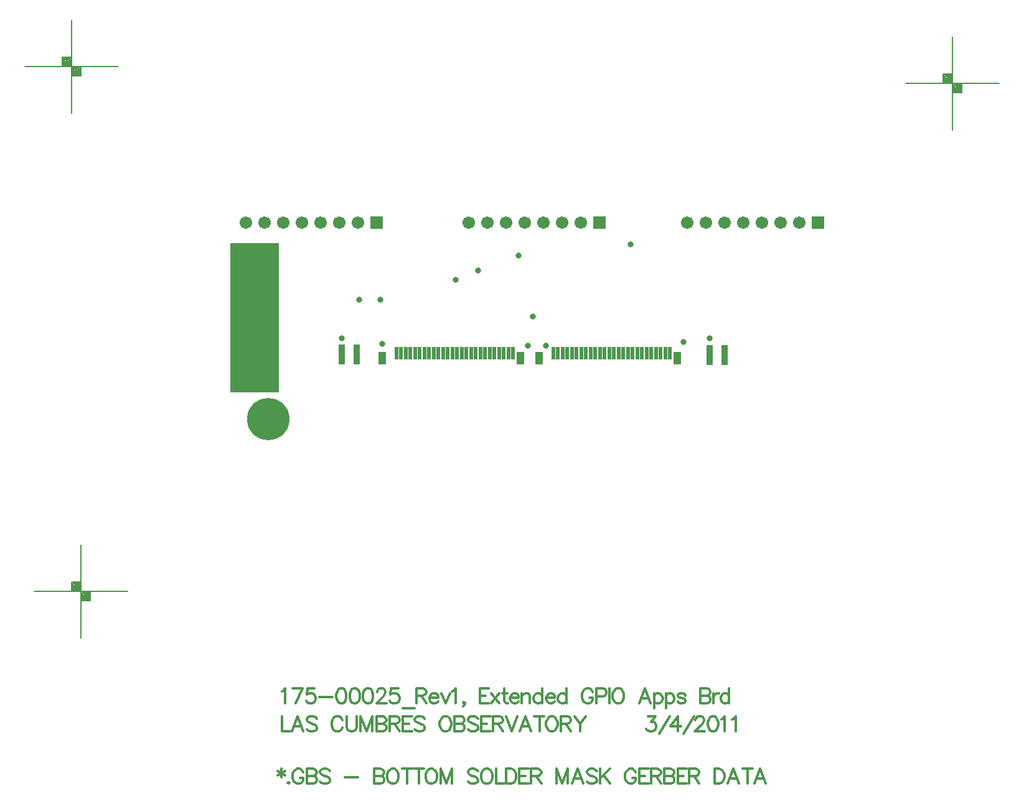
<source format=gbs>
%FSLAX23Y23*%
%MOIN*%
G70*
G01*
G75*
G04 Layer_Color=16711935*
%ADD10R,0.020X0.020*%
%ADD11R,0.016X0.020*%
%ADD12O,0.079X0.024*%
%ADD13R,0.078X0.048*%
%ADD14R,0.050X0.050*%
%ADD15R,0.014X0.060*%
%ADD16R,0.030X0.100*%
%ADD17R,0.031X0.060*%
%ADD18R,0.039X0.063*%
%ADD19C,0.020*%
%ADD20C,0.010*%
%ADD21C,0.005*%
%ADD22C,0.012*%
%ADD23C,0.008*%
%ADD24C,0.012*%
%ADD25C,0.012*%
%ADD26R,0.059X0.059*%
%ADD27C,0.059*%
%ADD28C,0.219*%
%ADD29C,0.024*%
%ADD30C,0.040*%
%ADD31C,0.075*%
%ADD32C,0.206*%
%ADD33C,0.050*%
G04:AMPARAMS|DCode=34|XSize=70mil|YSize=70mil|CornerRadius=0mil|HoleSize=0mil|Usage=FLASHONLY|Rotation=0.000|XOffset=0mil|YOffset=0mil|HoleType=Round|Shape=Relief|Width=10mil|Gap=10mil|Entries=4|*
%AMTHD34*
7,0,0,0.070,0.050,0.010,45*
%
%ADD34THD34*%
%ADD35C,0.010*%
%ADD36C,0.010*%
%ADD37C,0.008*%
%ADD38C,0.007*%
%ADD39C,0.007*%
%ADD40R,0.226X0.148*%
%ADD41R,0.028X0.028*%
%ADD42R,0.024X0.028*%
%ADD43O,0.087X0.032*%
%ADD44R,0.086X0.056*%
%ADD45R,0.058X0.058*%
%ADD46R,0.022X0.068*%
%ADD47R,0.038X0.108*%
%ADD48R,0.039X0.068*%
%ADD49R,0.047X0.071*%
%ADD50R,0.067X0.067*%
%ADD51C,0.067*%
%ADD52C,0.227*%
%ADD53C,0.032*%
%ADD54R,0.259X0.803*%
D22*
X21602Y13720D02*
Y13675D01*
X21583Y13709D02*
X21621Y13686D01*
Y13709D02*
X21583Y13686D01*
X21641Y13648D02*
X21637Y13644D01*
X21641Y13640D01*
X21645Y13644D01*
X21641Y13648D01*
X21720Y13701D02*
X21716Y13709D01*
X21708Y13716D01*
X21701Y13720D01*
X21685D01*
X21678Y13716D01*
X21670Y13709D01*
X21666Y13701D01*
X21662Y13690D01*
Y13671D01*
X21666Y13659D01*
X21670Y13652D01*
X21678Y13644D01*
X21685Y13640D01*
X21701D01*
X21708Y13644D01*
X21716Y13652D01*
X21720Y13659D01*
Y13671D01*
X21701D02*
X21720D01*
X21738Y13720D02*
Y13640D01*
Y13720D02*
X21772D01*
X21784Y13716D01*
X21787Y13713D01*
X21791Y13705D01*
Y13697D01*
X21787Y13690D01*
X21784Y13686D01*
X21772Y13682D01*
X21738D02*
X21772D01*
X21784Y13678D01*
X21787Y13675D01*
X21791Y13667D01*
Y13656D01*
X21787Y13648D01*
X21784Y13644D01*
X21772Y13640D01*
X21738D01*
X21862Y13709D02*
X21855Y13716D01*
X21843Y13720D01*
X21828D01*
X21817Y13716D01*
X21809Y13709D01*
Y13701D01*
X21813Y13694D01*
X21817Y13690D01*
X21824Y13686D01*
X21847Y13678D01*
X21855Y13675D01*
X21859Y13671D01*
X21862Y13663D01*
Y13652D01*
X21855Y13644D01*
X21843Y13640D01*
X21828D01*
X21817Y13644D01*
X21809Y13652D01*
X21943Y13675D02*
X22012D01*
X22098Y13720D02*
Y13640D01*
Y13720D02*
X22132D01*
X22144Y13716D01*
X22148Y13713D01*
X22152Y13705D01*
Y13697D01*
X22148Y13690D01*
X22144Y13686D01*
X22132Y13682D01*
X22098D02*
X22132D01*
X22144Y13678D01*
X22148Y13675D01*
X22152Y13667D01*
Y13656D01*
X22148Y13648D01*
X22144Y13644D01*
X22132Y13640D01*
X22098D01*
X22192Y13720D02*
X22185Y13716D01*
X22177Y13709D01*
X22173Y13701D01*
X22169Y13690D01*
Y13671D01*
X22173Y13659D01*
X22177Y13652D01*
X22185Y13644D01*
X22192Y13640D01*
X22208D01*
X22215Y13644D01*
X22223Y13652D01*
X22227Y13659D01*
X22230Y13671D01*
Y13690D01*
X22227Y13701D01*
X22223Y13709D01*
X22215Y13716D01*
X22208Y13720D01*
X22192D01*
X22276D02*
Y13640D01*
X22249Y13720D02*
X22302D01*
X22339D02*
Y13640D01*
X22312Y13720D02*
X22365D01*
X22398D02*
X22390Y13716D01*
X22382Y13709D01*
X22379Y13701D01*
X22375Y13690D01*
Y13671D01*
X22379Y13659D01*
X22382Y13652D01*
X22390Y13644D01*
X22398Y13640D01*
X22413D01*
X22420Y13644D01*
X22428Y13652D01*
X22432Y13659D01*
X22436Y13671D01*
Y13690D01*
X22432Y13701D01*
X22428Y13709D01*
X22420Y13716D01*
X22413Y13720D01*
X22398D01*
X22454D02*
Y13640D01*
Y13720D02*
X22485Y13640D01*
X22515Y13720D02*
X22485Y13640D01*
X22515Y13720D02*
Y13640D01*
X22654Y13709D02*
X22647Y13716D01*
X22635Y13720D01*
X22620D01*
X22609Y13716D01*
X22601Y13709D01*
Y13701D01*
X22605Y13694D01*
X22609Y13690D01*
X22616Y13686D01*
X22639Y13678D01*
X22647Y13675D01*
X22650Y13671D01*
X22654Y13663D01*
Y13652D01*
X22647Y13644D01*
X22635Y13640D01*
X22620D01*
X22609Y13644D01*
X22601Y13652D01*
X22695Y13720D02*
X22687Y13716D01*
X22680Y13709D01*
X22676Y13701D01*
X22672Y13690D01*
Y13671D01*
X22676Y13659D01*
X22680Y13652D01*
X22687Y13644D01*
X22695Y13640D01*
X22710D01*
X22718Y13644D01*
X22725Y13652D01*
X22729Y13659D01*
X22733Y13671D01*
Y13690D01*
X22729Y13701D01*
X22725Y13709D01*
X22718Y13716D01*
X22710Y13720D01*
X22695D01*
X22752D02*
Y13640D01*
X22797D01*
X22806Y13720D02*
Y13640D01*
Y13720D02*
X22833D01*
X22844Y13716D01*
X22852Y13709D01*
X22856Y13701D01*
X22860Y13690D01*
Y13671D01*
X22856Y13659D01*
X22852Y13652D01*
X22844Y13644D01*
X22833Y13640D01*
X22806D01*
X22927Y13720D02*
X22877D01*
Y13640D01*
X22927D01*
X22877Y13682D02*
X22908D01*
X22940Y13720D02*
Y13640D01*
Y13720D02*
X22975D01*
X22986Y13716D01*
X22990Y13713D01*
X22994Y13705D01*
Y13697D01*
X22990Y13690D01*
X22986Y13686D01*
X22975Y13682D01*
X22940D01*
X22967D02*
X22994Y13640D01*
X23074Y13720D02*
Y13640D01*
Y13720D02*
X23105Y13640D01*
X23135Y13720D02*
X23105Y13640D01*
X23135Y13720D02*
Y13640D01*
X23219D02*
X23189Y13720D01*
X23158Y13640D01*
X23170Y13667D02*
X23208D01*
X23291Y13709D02*
X23283Y13716D01*
X23272Y13720D01*
X23257D01*
X23245Y13716D01*
X23238Y13709D01*
Y13701D01*
X23242Y13694D01*
X23245Y13690D01*
X23253Y13686D01*
X23276Y13678D01*
X23283Y13675D01*
X23287Y13671D01*
X23291Y13663D01*
Y13652D01*
X23283Y13644D01*
X23272Y13640D01*
X23257D01*
X23245Y13644D01*
X23238Y13652D01*
X23309Y13720D02*
Y13640D01*
X23362Y13720D02*
X23309Y13667D01*
X23328Y13686D02*
X23362Y13640D01*
X23500Y13701D02*
X23496Y13709D01*
X23489Y13716D01*
X23481Y13720D01*
X23466D01*
X23458Y13716D01*
X23451Y13709D01*
X23447Y13701D01*
X23443Y13690D01*
Y13671D01*
X23447Y13659D01*
X23451Y13652D01*
X23458Y13644D01*
X23466Y13640D01*
X23481D01*
X23489Y13644D01*
X23496Y13652D01*
X23500Y13659D01*
Y13671D01*
X23481D02*
X23500D01*
X23568Y13720D02*
X23518D01*
Y13640D01*
X23568D01*
X23518Y13682D02*
X23549D01*
X23581Y13720D02*
Y13640D01*
Y13720D02*
X23616D01*
X23627Y13716D01*
X23631Y13713D01*
X23635Y13705D01*
Y13697D01*
X23631Y13690D01*
X23627Y13686D01*
X23616Y13682D01*
X23581D01*
X23608D02*
X23635Y13640D01*
X23653Y13720D02*
Y13640D01*
Y13720D02*
X23687D01*
X23698Y13716D01*
X23702Y13713D01*
X23706Y13705D01*
Y13697D01*
X23702Y13690D01*
X23698Y13686D01*
X23687Y13682D01*
X23653D02*
X23687D01*
X23698Y13678D01*
X23702Y13675D01*
X23706Y13667D01*
Y13656D01*
X23702Y13648D01*
X23698Y13644D01*
X23687Y13640D01*
X23653D01*
X23773Y13720D02*
X23724D01*
Y13640D01*
X23773D01*
X23724Y13682D02*
X23754D01*
X23787Y13720D02*
Y13640D01*
Y13720D02*
X23821D01*
X23832Y13716D01*
X23836Y13713D01*
X23840Y13705D01*
Y13697D01*
X23836Y13690D01*
X23832Y13686D01*
X23821Y13682D01*
X23787D01*
X23813D02*
X23840Y13640D01*
X23921Y13720D02*
Y13640D01*
Y13720D02*
X23947D01*
X23959Y13716D01*
X23966Y13709D01*
X23970Y13701D01*
X23974Y13690D01*
Y13671D01*
X23970Y13659D01*
X23966Y13652D01*
X23959Y13644D01*
X23947Y13640D01*
X23921D01*
X24053D02*
X24022Y13720D01*
X23992Y13640D01*
X24003Y13667D02*
X24041D01*
X24098Y13720D02*
Y13640D01*
X24071Y13720D02*
X24125D01*
X24195Y13640D02*
X24165Y13720D01*
X24134Y13640D01*
X24146Y13667D02*
X24184D01*
D23*
X24944Y17396D02*
X25444D01*
X25194Y17146D02*
Y17646D01*
X25144Y17396D02*
Y17446D01*
X25194D01*
X25244Y17346D02*
Y17396D01*
X25194Y17346D02*
X25244D01*
X25199Y17391D02*
X25239D01*
Y17351D02*
Y17391D01*
X25199Y17351D02*
X25239D01*
X25199D02*
Y17391D01*
X25204Y17386D02*
X25234D01*
Y17356D02*
Y17386D01*
X25204Y17356D02*
X25234D01*
X25204D02*
Y17381D01*
X25209D02*
X25229D01*
Y17361D02*
Y17381D01*
X25209Y17361D02*
X25229D01*
X25209D02*
Y17376D01*
X25214D02*
X25224D01*
Y17366D02*
Y17376D01*
X25214Y17366D02*
X25224D01*
X25214D02*
Y17376D01*
Y17371D02*
X25224D01*
X25149Y17441D02*
X25189D01*
Y17401D02*
Y17441D01*
X25149Y17401D02*
X25189D01*
X25149D02*
Y17441D01*
X25154Y17436D02*
X25184D01*
Y17406D02*
Y17436D01*
X25154Y17406D02*
X25184D01*
X25154D02*
Y17431D01*
X25159D02*
X25179D01*
Y17411D02*
Y17431D01*
X25159Y17411D02*
X25179D01*
X25159D02*
Y17426D01*
X25164D02*
X25174D01*
Y17416D02*
Y17426D01*
X25164Y17416D02*
X25174D01*
X25164D02*
Y17426D01*
Y17421D02*
X25174D01*
X20279Y14670D02*
X20779D01*
X20529Y14420D02*
Y14920D01*
X20479Y14670D02*
Y14720D01*
X20529D01*
X20579Y14620D02*
Y14670D01*
X20529Y14620D02*
X20579D01*
X20534Y14665D02*
X20574D01*
Y14625D02*
Y14665D01*
X20534Y14625D02*
X20574D01*
X20534D02*
Y14665D01*
X20539Y14660D02*
X20569D01*
Y14630D02*
Y14660D01*
X20539Y14630D02*
X20569D01*
X20539D02*
Y14655D01*
X20544D02*
X20564D01*
Y14635D02*
Y14655D01*
X20544Y14635D02*
X20564D01*
X20544D02*
Y14650D01*
X20549D02*
X20559D01*
Y14640D02*
Y14650D01*
X20549Y14640D02*
X20559D01*
X20549D02*
Y14650D01*
Y14645D02*
X20559D01*
X20484Y14715D02*
X20524D01*
Y14675D02*
Y14715D01*
X20484Y14675D02*
X20524D01*
X20484D02*
Y14715D01*
X20489Y14710D02*
X20519D01*
Y14680D02*
Y14710D01*
X20489Y14680D02*
X20519D01*
X20489D02*
Y14705D01*
X20494D02*
X20514D01*
Y14685D02*
Y14705D01*
X20494Y14685D02*
X20514D01*
X20494D02*
Y14700D01*
X20499D02*
X20509D01*
Y14690D02*
Y14700D01*
X20499Y14690D02*
X20509D01*
X20499D02*
Y14700D01*
Y14695D02*
X20509D01*
X20230Y17485D02*
X20730D01*
X20480Y17235D02*
Y17735D01*
X20430Y17485D02*
Y17535D01*
X20480D01*
X20530Y17435D02*
Y17485D01*
X20480Y17435D02*
X20530D01*
X20485Y17480D02*
X20525D01*
Y17440D02*
Y17480D01*
X20485Y17440D02*
X20525D01*
X20485D02*
Y17480D01*
X20490Y17475D02*
X20520D01*
Y17445D02*
Y17475D01*
X20490Y17445D02*
X20520D01*
X20490D02*
Y17470D01*
X20495D02*
X20515D01*
Y17450D02*
Y17470D01*
X20495Y17450D02*
X20515D01*
X20495D02*
Y17465D01*
X20500D02*
X20510D01*
Y17455D02*
Y17465D01*
X20500Y17455D02*
X20510D01*
X20500D02*
Y17465D01*
Y17460D02*
X20510D01*
X20435Y17530D02*
X20475D01*
Y17490D02*
Y17530D01*
X20435Y17490D02*
X20475D01*
X20435D02*
Y17530D01*
X20440Y17525D02*
X20470D01*
Y17495D02*
Y17525D01*
X20440Y17495D02*
X20470D01*
X20440D02*
Y17520D01*
X20445D02*
X20465D01*
Y17500D02*
Y17520D01*
X20445Y17500D02*
X20465D01*
X20445D02*
Y17515D01*
X20450D02*
X20460D01*
Y17505D02*
Y17515D01*
X20450Y17505D02*
X20460D01*
X20450D02*
Y17515D01*
Y17510D02*
X20460D01*
D24*
X21604Y14136D02*
X21612Y14139D01*
X21623Y14151D01*
Y14071D01*
X21716Y14151D02*
X21678Y14071D01*
X21663Y14151D02*
X21716D01*
X21779D02*
X21741D01*
X21738Y14117D01*
X21741Y14120D01*
X21753Y14124D01*
X21764D01*
X21776Y14120D01*
X21783Y14113D01*
X21787Y14101D01*
Y14094D01*
X21783Y14082D01*
X21776Y14075D01*
X21764Y14071D01*
X21753D01*
X21741Y14075D01*
X21738Y14079D01*
X21734Y14086D01*
X21805Y14105D02*
X21874D01*
X21920Y14151D02*
X21909Y14147D01*
X21901Y14136D01*
X21897Y14117D01*
Y14105D01*
X21901Y14086D01*
X21909Y14075D01*
X21920Y14071D01*
X21928D01*
X21939Y14075D01*
X21947Y14086D01*
X21950Y14105D01*
Y14117D01*
X21947Y14136D01*
X21939Y14147D01*
X21928Y14151D01*
X21920D01*
X21991D02*
X21980Y14147D01*
X21972Y14136D01*
X21968Y14117D01*
Y14105D01*
X21972Y14086D01*
X21980Y14075D01*
X21991Y14071D01*
X21999D01*
X22010Y14075D01*
X22018Y14086D01*
X22022Y14105D01*
Y14117D01*
X22018Y14136D01*
X22010Y14147D01*
X21999Y14151D01*
X21991D01*
X22062D02*
X22051Y14147D01*
X22043Y14136D01*
X22040Y14117D01*
Y14105D01*
X22043Y14086D01*
X22051Y14075D01*
X22062Y14071D01*
X22070D01*
X22082Y14075D01*
X22089Y14086D01*
X22093Y14105D01*
Y14117D01*
X22089Y14136D01*
X22082Y14147D01*
X22070Y14151D01*
X22062D01*
X22115Y14132D02*
Y14136D01*
X22118Y14143D01*
X22122Y14147D01*
X22130Y14151D01*
X22145D01*
X22153Y14147D01*
X22157Y14143D01*
X22160Y14136D01*
Y14128D01*
X22157Y14120D01*
X22149Y14109D01*
X22111Y14071D01*
X22164D01*
X22228Y14151D02*
X22190D01*
X22186Y14117D01*
X22190Y14120D01*
X22201Y14124D01*
X22213D01*
X22224Y14120D01*
X22232Y14113D01*
X22235Y14101D01*
Y14094D01*
X22232Y14082D01*
X22224Y14075D01*
X22213Y14071D01*
X22201D01*
X22190Y14075D01*
X22186Y14079D01*
X22182Y14086D01*
X22253Y14044D02*
X22314D01*
X22325Y14151D02*
Y14071D01*
Y14151D02*
X22359D01*
X22370Y14147D01*
X22374Y14143D01*
X22378Y14136D01*
Y14128D01*
X22374Y14120D01*
X22370Y14117D01*
X22359Y14113D01*
X22325D01*
X22351D02*
X22378Y14071D01*
X22396Y14101D02*
X22441D01*
Y14109D01*
X22438Y14117D01*
X22434Y14120D01*
X22426Y14124D01*
X22415D01*
X22407Y14120D01*
X22400Y14113D01*
X22396Y14101D01*
Y14094D01*
X22400Y14082D01*
X22407Y14075D01*
X22415Y14071D01*
X22426D01*
X22434Y14075D01*
X22441Y14082D01*
X22459Y14124D02*
X22481Y14071D01*
X22504Y14124D02*
X22481Y14071D01*
X22517Y14136D02*
X22525Y14139D01*
X22536Y14151D01*
Y14071D01*
X22584Y14075D02*
X22580Y14071D01*
X22576Y14075D01*
X22580Y14079D01*
X22584Y14075D01*
Y14067D01*
X22580Y14059D01*
X22576Y14056D01*
X22713Y14151D02*
X22664D01*
Y14071D01*
X22713D01*
X22664Y14113D02*
X22694D01*
X22727Y14124D02*
X22769Y14071D01*
Y14124D02*
X22727Y14071D01*
X22797Y14151D02*
Y14086D01*
X22801Y14075D01*
X22808Y14071D01*
X22816D01*
X22785Y14124D02*
X22812D01*
X22827Y14101D02*
X22873D01*
Y14109D01*
X22869Y14117D01*
X22865Y14120D01*
X22858Y14124D01*
X22846D01*
X22839Y14120D01*
X22831Y14113D01*
X22827Y14101D01*
Y14094D01*
X22831Y14082D01*
X22839Y14075D01*
X22846Y14071D01*
X22858D01*
X22865Y14075D01*
X22873Y14082D01*
X22890Y14124D02*
Y14071D01*
Y14109D02*
X22902Y14120D01*
X22909Y14124D01*
X22921D01*
X22928Y14120D01*
X22932Y14109D01*
Y14071D01*
X22999Y14151D02*
Y14071D01*
Y14113D02*
X22991Y14120D01*
X22983Y14124D01*
X22972D01*
X22964Y14120D01*
X22957Y14113D01*
X22953Y14101D01*
Y14094D01*
X22957Y14082D01*
X22964Y14075D01*
X22972Y14071D01*
X22983D01*
X22991Y14075D01*
X22999Y14082D01*
X23020Y14101D02*
X23066D01*
Y14109D01*
X23062Y14117D01*
X23058Y14120D01*
X23050Y14124D01*
X23039D01*
X23031Y14120D01*
X23024Y14113D01*
X23020Y14101D01*
Y14094D01*
X23024Y14082D01*
X23031Y14075D01*
X23039Y14071D01*
X23050D01*
X23058Y14075D01*
X23066Y14082D01*
X23129Y14151D02*
Y14071D01*
Y14113D02*
X23121Y14120D01*
X23113Y14124D01*
X23102D01*
X23094Y14120D01*
X23087Y14113D01*
X23083Y14101D01*
Y14094D01*
X23087Y14082D01*
X23094Y14075D01*
X23102Y14071D01*
X23113D01*
X23121Y14075D01*
X23129Y14082D01*
X23270Y14132D02*
X23266Y14139D01*
X23258Y14147D01*
X23251Y14151D01*
X23236D01*
X23228Y14147D01*
X23220Y14139D01*
X23217Y14132D01*
X23213Y14120D01*
Y14101D01*
X23217Y14090D01*
X23220Y14082D01*
X23228Y14075D01*
X23236Y14071D01*
X23251D01*
X23258Y14075D01*
X23266Y14082D01*
X23270Y14090D01*
Y14101D01*
X23251D02*
X23270D01*
X23288Y14109D02*
X23322D01*
X23334Y14113D01*
X23338Y14117D01*
X23341Y14124D01*
Y14136D01*
X23338Y14143D01*
X23334Y14147D01*
X23322Y14151D01*
X23288D01*
Y14071D01*
X23359Y14151D02*
Y14071D01*
X23399Y14151D02*
X23391Y14147D01*
X23384Y14139D01*
X23380Y14132D01*
X23376Y14120D01*
Y14101D01*
X23380Y14090D01*
X23384Y14082D01*
X23391Y14075D01*
X23399Y14071D01*
X23414D01*
X23422Y14075D01*
X23429Y14082D01*
X23433Y14090D01*
X23437Y14101D01*
Y14120D01*
X23433Y14132D01*
X23429Y14139D01*
X23422Y14147D01*
X23414Y14151D01*
X23399D01*
X23579Y14071D02*
X23549Y14151D01*
X23519Y14071D01*
X23530Y14098D02*
X23568D01*
X23598Y14124D02*
Y14044D01*
Y14113D02*
X23606Y14120D01*
X23613Y14124D01*
X23625D01*
X23632Y14120D01*
X23640Y14113D01*
X23644Y14101D01*
Y14094D01*
X23640Y14082D01*
X23632Y14075D01*
X23625Y14071D01*
X23613D01*
X23606Y14075D01*
X23598Y14082D01*
X23661Y14124D02*
Y14044D01*
Y14113D02*
X23669Y14120D01*
X23676Y14124D01*
X23688D01*
X23695Y14120D01*
X23703Y14113D01*
X23707Y14101D01*
Y14094D01*
X23703Y14082D01*
X23695Y14075D01*
X23688Y14071D01*
X23676D01*
X23669Y14075D01*
X23661Y14082D01*
X23766Y14113D02*
X23762Y14120D01*
X23750Y14124D01*
X23739D01*
X23728Y14120D01*
X23724Y14113D01*
X23728Y14105D01*
X23735Y14101D01*
X23754Y14098D01*
X23762Y14094D01*
X23766Y14086D01*
Y14082D01*
X23762Y14075D01*
X23750Y14071D01*
X23739D01*
X23728Y14075D01*
X23724Y14082D01*
X23845Y14151D02*
Y14071D01*
Y14151D02*
X23880D01*
X23891Y14147D01*
X23895Y14143D01*
X23899Y14136D01*
Y14128D01*
X23895Y14120D01*
X23891Y14117D01*
X23880Y14113D01*
X23845D02*
X23880D01*
X23891Y14109D01*
X23895Y14105D01*
X23899Y14098D01*
Y14086D01*
X23895Y14079D01*
X23891Y14075D01*
X23880Y14071D01*
X23845D01*
X23917Y14124D02*
Y14071D01*
Y14101D02*
X23920Y14113D01*
X23928Y14120D01*
X23936Y14124D01*
X23947D01*
X24000Y14151D02*
Y14071D01*
Y14113D02*
X23992Y14120D01*
X23985Y14124D01*
X23973D01*
X23966Y14120D01*
X23958Y14113D01*
X23954Y14101D01*
Y14094D01*
X23958Y14082D01*
X23966Y14075D01*
X23973Y14071D01*
X23985D01*
X23992Y14075D01*
X24000Y14082D01*
D25*
X21604Y14001D02*
Y13921D01*
X21650D01*
X21719D02*
X21689Y14001D01*
X21658Y13921D01*
X21670Y13948D02*
X21708D01*
X21791Y13989D02*
X21784Y13997D01*
X21772Y14001D01*
X21757D01*
X21746Y13997D01*
X21738Y13989D01*
Y13982D01*
X21742Y13974D01*
X21746Y13970D01*
X21753Y13967D01*
X21776Y13959D01*
X21784Y13955D01*
X21787Y13951D01*
X21791Y13944D01*
Y13932D01*
X21784Y13925D01*
X21772Y13921D01*
X21757D01*
X21746Y13925D01*
X21738Y13932D01*
X21929Y13982D02*
X21925Y13989D01*
X21918Y13997D01*
X21910Y14001D01*
X21895D01*
X21887Y13997D01*
X21880Y13989D01*
X21876Y13982D01*
X21872Y13970D01*
Y13951D01*
X21876Y13940D01*
X21880Y13932D01*
X21887Y13925D01*
X21895Y13921D01*
X21910D01*
X21918Y13925D01*
X21925Y13932D01*
X21929Y13940D01*
X21952Y14001D02*
Y13944D01*
X21955Y13932D01*
X21963Y13925D01*
X21974Y13921D01*
X21982D01*
X21994Y13925D01*
X22001Y13932D01*
X22005Y13944D01*
Y14001D01*
X22027D02*
Y13921D01*
Y14001D02*
X22058Y13921D01*
X22088Y14001D02*
X22058Y13921D01*
X22088Y14001D02*
Y13921D01*
X22111Y14001D02*
Y13921D01*
Y14001D02*
X22145D01*
X22157Y13997D01*
X22160Y13993D01*
X22164Y13986D01*
Y13978D01*
X22160Y13970D01*
X22157Y13967D01*
X22145Y13963D01*
X22111D02*
X22145D01*
X22157Y13959D01*
X22160Y13955D01*
X22164Y13948D01*
Y13936D01*
X22160Y13928D01*
X22157Y13925D01*
X22145Y13921D01*
X22111D01*
X22182Y14001D02*
Y13921D01*
Y14001D02*
X22216D01*
X22228Y13997D01*
X22232Y13993D01*
X22235Y13986D01*
Y13978D01*
X22232Y13970D01*
X22228Y13967D01*
X22216Y13963D01*
X22182D01*
X22209D02*
X22235Y13921D01*
X22303Y14001D02*
X22253D01*
Y13921D01*
X22303D01*
X22253Y13963D02*
X22284D01*
X22369Y13989D02*
X22362Y13997D01*
X22350Y14001D01*
X22335D01*
X22324Y13997D01*
X22316Y13989D01*
Y13982D01*
X22320Y13974D01*
X22324Y13970D01*
X22331Y13967D01*
X22354Y13959D01*
X22362Y13955D01*
X22366Y13951D01*
X22369Y13944D01*
Y13932D01*
X22362Y13925D01*
X22350Y13921D01*
X22335D01*
X22324Y13925D01*
X22316Y13932D01*
X22473Y14001D02*
X22465Y13997D01*
X22458Y13989D01*
X22454Y13982D01*
X22450Y13970D01*
Y13951D01*
X22454Y13940D01*
X22458Y13932D01*
X22465Y13925D01*
X22473Y13921D01*
X22488D01*
X22496Y13925D01*
X22504Y13932D01*
X22507Y13940D01*
X22511Y13951D01*
Y13970D01*
X22507Y13982D01*
X22504Y13989D01*
X22496Y13997D01*
X22488Y14001D01*
X22473D01*
X22530D02*
Y13921D01*
Y14001D02*
X22564D01*
X22576Y13997D01*
X22579Y13993D01*
X22583Y13986D01*
Y13978D01*
X22579Y13970D01*
X22576Y13967D01*
X22564Y13963D01*
X22530D02*
X22564D01*
X22576Y13959D01*
X22579Y13955D01*
X22583Y13948D01*
Y13936D01*
X22579Y13928D01*
X22576Y13925D01*
X22564Y13921D01*
X22530D01*
X22654Y13989D02*
X22647Y13997D01*
X22635Y14001D01*
X22620D01*
X22609Y13997D01*
X22601Y13989D01*
Y13982D01*
X22605Y13974D01*
X22609Y13970D01*
X22616Y13967D01*
X22639Y13959D01*
X22647Y13955D01*
X22651Y13951D01*
X22654Y13944D01*
Y13932D01*
X22647Y13925D01*
X22635Y13921D01*
X22620D01*
X22609Y13925D01*
X22601Y13932D01*
X22722Y14001D02*
X22672D01*
Y13921D01*
X22722D01*
X22672Y13963D02*
X22703D01*
X22735Y14001D02*
Y13921D01*
Y14001D02*
X22769D01*
X22781Y13997D01*
X22785Y13993D01*
X22788Y13986D01*
Y13978D01*
X22785Y13970D01*
X22781Y13967D01*
X22769Y13963D01*
X22735D01*
X22762D02*
X22788Y13921D01*
X22806Y14001D02*
X22837Y13921D01*
X22867Y14001D02*
X22837Y13921D01*
X22938D02*
X22908Y14001D01*
X22878Y13921D01*
X22889Y13948D02*
X22927D01*
X22984Y14001D02*
Y13921D01*
X22957Y14001D02*
X23010D01*
X23043D02*
X23035Y13997D01*
X23028Y13989D01*
X23024Y13982D01*
X23020Y13970D01*
Y13951D01*
X23024Y13940D01*
X23028Y13932D01*
X23035Y13925D01*
X23043Y13921D01*
X23058D01*
X23066Y13925D01*
X23073Y13932D01*
X23077Y13940D01*
X23081Y13951D01*
Y13970D01*
X23077Y13982D01*
X23073Y13989D01*
X23066Y13997D01*
X23058Y14001D01*
X23043D01*
X23100D02*
Y13921D01*
Y14001D02*
X23134D01*
X23145Y13997D01*
X23149Y13993D01*
X23153Y13986D01*
Y13978D01*
X23149Y13970D01*
X23145Y13967D01*
X23134Y13963D01*
X23100D01*
X23126D02*
X23153Y13921D01*
X23171Y14001D02*
X23201Y13963D01*
Y13921D01*
X23232Y14001D02*
X23201Y13963D01*
X23564Y14001D02*
X23606D01*
X23583Y13970D01*
X23594D01*
X23602Y13967D01*
X23606Y13963D01*
X23610Y13951D01*
Y13944D01*
X23606Y13932D01*
X23598Y13925D01*
X23587Y13921D01*
X23575D01*
X23564Y13925D01*
X23560Y13928D01*
X23556Y13936D01*
X23627Y13909D02*
X23681Y14001D01*
X23724D02*
X23686Y13948D01*
X23743D01*
X23724Y14001D02*
Y13921D01*
X23757Y13909D02*
X23811Y14001D01*
X23820Y13982D02*
Y13986D01*
X23824Y13993D01*
X23827Y13997D01*
X23835Y14001D01*
X23850D01*
X23858Y13997D01*
X23862Y13993D01*
X23866Y13986D01*
Y13978D01*
X23862Y13970D01*
X23854Y13959D01*
X23816Y13921D01*
X23869D01*
X23910Y14001D02*
X23899Y13997D01*
X23891Y13986D01*
X23887Y13967D01*
Y13955D01*
X23891Y13936D01*
X23899Y13925D01*
X23910Y13921D01*
X23918D01*
X23929Y13925D01*
X23937Y13936D01*
X23941Y13955D01*
Y13967D01*
X23937Y13986D01*
X23929Y13997D01*
X23918Y14001D01*
X23910D01*
X23958Y13986D02*
X23966Y13989D01*
X23977Y14001D01*
Y13921D01*
X24017Y13986D02*
X24025Y13989D01*
X24036Y14001D01*
Y13921D01*
D46*
X23683Y15948D02*
D03*
X23658D02*
D03*
X23633D02*
D03*
X23608D02*
D03*
X23583D02*
D03*
X23558D02*
D03*
X23533D02*
D03*
X23508D02*
D03*
X23483D02*
D03*
X23458D02*
D03*
X23433D02*
D03*
X23408D02*
D03*
X23383D02*
D03*
X23358D02*
D03*
X23333D02*
D03*
X23308D02*
D03*
X23283D02*
D03*
X23258D02*
D03*
X23233D02*
D03*
X23208D02*
D03*
X23183D02*
D03*
X23158D02*
D03*
X23133D02*
D03*
X23108D02*
D03*
X23083D02*
D03*
X23058D02*
D03*
X22843Y15949D02*
D03*
X22818D02*
D03*
X22793D02*
D03*
X22768D02*
D03*
X22743D02*
D03*
X22718D02*
D03*
X22693D02*
D03*
X22668D02*
D03*
X22643D02*
D03*
X22618D02*
D03*
X22593D02*
D03*
X22568D02*
D03*
X22543D02*
D03*
X22518D02*
D03*
X22493D02*
D03*
X22468D02*
D03*
X22443D02*
D03*
X22418D02*
D03*
X22393D02*
D03*
X22368D02*
D03*
X22343D02*
D03*
X22318D02*
D03*
X22293D02*
D03*
X22268D02*
D03*
X22243D02*
D03*
X22218D02*
D03*
D47*
X21926Y15940D02*
D03*
X22005D02*
D03*
X23896Y15939D02*
D03*
X23975D02*
D03*
D48*
X23721Y15921D02*
D03*
X22981D02*
D03*
X22141D02*
D03*
X22881D02*
D03*
D50*
X24476Y16648D02*
D03*
X23304D02*
D03*
X22113D02*
D03*
D51*
X24376D02*
D03*
X24276D02*
D03*
X24176D02*
D03*
X24076D02*
D03*
X23976D02*
D03*
X23876D02*
D03*
X23776D02*
D03*
X23204D02*
D03*
X23104D02*
D03*
X23004D02*
D03*
X22904D02*
D03*
X22804D02*
D03*
X22704D02*
D03*
X22604D02*
D03*
X22013D02*
D03*
X21913D02*
D03*
X21813D02*
D03*
X21713D02*
D03*
X21613D02*
D03*
X21513D02*
D03*
X21413D02*
D03*
D52*
X21533Y15596D02*
D03*
D53*
X22537Y16343D02*
D03*
X22019Y16235D02*
D03*
X23472Y16530D02*
D03*
X22950Y16146D02*
D03*
X22871Y16471D02*
D03*
X22655Y16392D02*
D03*
X22133Y16235D02*
D03*
X22143Y15998D02*
D03*
X21926Y16028D02*
D03*
X23757Y16008D02*
D03*
X23895Y16028D02*
D03*
X23019Y15989D02*
D03*
X22921D02*
D03*
D54*
X21459Y16137D02*
D03*
M02*

</source>
